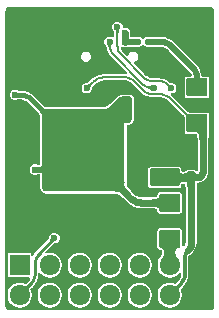
<source format=gbl>
G04*
G04 #@! TF.GenerationSoftware,Altium Limited,Altium Designer,23.2.1 (34)*
G04*
G04 Layer_Physical_Order=2*
G04 Layer_Color=16711680*
%FSLAX25Y25*%
%MOIN*%
G70*
G04*
G04 #@! TF.SameCoordinates,2D16543A-974C-4BE6-9D28-3C7F8BE36A88*
G04*
G04*
G04 #@! TF.FilePolarity,Positive*
G04*
G01*
G75*
%ADD11C,0.01181*%
%ADD13C,0.00787*%
%ADD36C,0.00984*%
%ADD37C,0.01575*%
G04:AMPARAMS|DCode=49|XSize=31mil|YSize=38mil|CornerRadius=7.75mil|HoleSize=0mil|Usage=FLASHONLY|Rotation=0.000|XOffset=0mil|YOffset=0mil|HoleType=Round|Shape=RoundedRectangle|*
%AMROUNDEDRECTD49*
21,1,0.03100,0.02250,0,0,0.0*
21,1,0.01550,0.03800,0,0,0.0*
1,1,0.01550,0.00775,-0.01125*
1,1,0.01550,-0.00775,-0.01125*
1,1,0.01550,-0.00775,0.01125*
1,1,0.01550,0.00775,0.01125*
%
%ADD49ROUNDEDRECTD49*%
G04:AMPARAMS|DCode=50|XSize=31mil|YSize=38mil|CornerRadius=7.75mil|HoleSize=0mil|Usage=FLASHONLY|Rotation=270.000|XOffset=0mil|YOffset=0mil|HoleType=Round|Shape=RoundedRectangle|*
%AMROUNDEDRECTD50*
21,1,0.03100,0.02250,0,0,270.0*
21,1,0.01550,0.03800,0,0,270.0*
1,1,0.01550,-0.01125,-0.00775*
1,1,0.01550,-0.01125,0.00775*
1,1,0.01550,0.01125,0.00775*
1,1,0.01550,0.01125,-0.00775*
%
%ADD50ROUNDEDRECTD50*%
G04:AMPARAMS|DCode=52|XSize=20mil|YSize=25mil|CornerRadius=5mil|HoleSize=0mil|Usage=FLASHONLY|Rotation=270.000|XOffset=0mil|YOffset=0mil|HoleType=Round|Shape=RoundedRectangle|*
%AMROUNDEDRECTD52*
21,1,0.02000,0.01500,0,0,270.0*
21,1,0.01000,0.02500,0,0,270.0*
1,1,0.01000,-0.00750,-0.00500*
1,1,0.01000,-0.00750,0.00500*
1,1,0.01000,0.00750,0.00500*
1,1,0.01000,0.00750,-0.00500*
%
%ADD52ROUNDEDRECTD52*%
%ADD53C,0.02362*%
%ADD54R,0.06693X0.07087*%
%ADD55O,0.06693X0.07087*%
%ADD56C,0.02362*%
%ADD57C,0.01968*%
%ADD58C,0.00709*%
G04:AMPARAMS|DCode=59|XSize=70mil|YSize=60mil|CornerRadius=3mil|HoleSize=0mil|Usage=FLASHONLY|Rotation=180.000|XOffset=0mil|YOffset=0mil|HoleType=Round|Shape=RoundedRectangle|*
%AMROUNDEDRECTD59*
21,1,0.07000,0.05400,0,0,180.0*
21,1,0.06400,0.06000,0,0,180.0*
1,1,0.00600,-0.03200,0.02700*
1,1,0.00600,0.03200,0.02700*
1,1,0.00600,0.03200,-0.02700*
1,1,0.00600,-0.03200,-0.02700*
%
%ADD59ROUNDEDRECTD59*%
G04:AMPARAMS|DCode=60|XSize=275.59mil|YSize=275.59mil|CornerRadius=13.78mil|HoleSize=0mil|Usage=FLASHONLY|Rotation=0.000|XOffset=0mil|YOffset=0mil|HoleType=Round|Shape=RoundedRectangle|*
%AMROUNDEDRECTD60*
21,1,0.27559,0.24803,0,0,0.0*
21,1,0.24803,0.27559,0,0,0.0*
1,1,0.02756,0.12402,-0.12402*
1,1,0.02756,-0.12402,-0.12402*
1,1,0.02756,-0.12402,0.12402*
1,1,0.02756,0.12402,0.12402*
%
%ADD60ROUNDEDRECTD60*%
G04:AMPARAMS|DCode=61|XSize=98.43mil|YSize=59.06mil|CornerRadius=2.95mil|HoleSize=0mil|Usage=FLASHONLY|Rotation=0.000|XOffset=0mil|YOffset=0mil|HoleType=Round|Shape=RoundedRectangle|*
%AMROUNDEDRECTD61*
21,1,0.09843,0.05315,0,0,0.0*
21,1,0.09252,0.05906,0,0,0.0*
1,1,0.00591,0.04626,-0.02657*
1,1,0.00591,-0.04626,-0.02657*
1,1,0.00591,-0.04626,0.02657*
1,1,0.00591,0.04626,0.02657*
%
%ADD61ROUNDEDRECTD61*%
%ADD62R,0.09843X0.05906*%
%ADD63C,0.03150*%
G36*
X33983Y50463D02*
X34422Y50170D01*
X34716Y49731D01*
X34811Y49253D01*
X34794Y49213D01*
Y-49213D01*
X34811Y-49253D01*
X34716Y-49731D01*
X34422Y-50170D01*
X33983Y-50463D01*
X33505Y-50559D01*
X33465Y-50542D01*
X-33465D01*
X-33505Y-50559D01*
X-33983Y-50463D01*
X-34422Y-50170D01*
X-34716Y-49731D01*
X-34811Y-49253D01*
X-34794Y-49213D01*
Y49213D01*
X-34811Y49253D01*
X-34716Y49731D01*
X-34422Y50170D01*
X-33983Y50463D01*
X-33505Y50559D01*
X-33465Y50542D01*
X33465D01*
X33505Y50559D01*
X33983Y50463D01*
D02*
G37*
%LPC*%
G36*
X2912Y45664D02*
X2208D01*
X1556Y45395D01*
X1058Y44896D01*
X788Y44245D01*
Y43540D01*
X1058Y42889D01*
X1228Y42720D01*
X1271Y42608D01*
X1338Y42538D01*
X1382Y42484D01*
X1419Y42433D01*
X1449Y42383D01*
X1473Y42333D01*
X1492Y42284D01*
X1507Y42235D01*
X1518Y42183D01*
X1524Y42129D01*
X1528Y42045D01*
X1556Y41982D01*
Y40612D01*
X1056Y40404D01*
X1004Y40457D01*
X352Y40727D01*
X-352D01*
X-1004Y40457D01*
X-1502Y39959D01*
X-1772Y39308D01*
Y38603D01*
X-1502Y37952D01*
X-1331Y37781D01*
X-1287Y37669D01*
X-1225Y37604D01*
X-1181Y37552D01*
X-1142Y37499D01*
X-1108Y37444D01*
X-1076Y37386D01*
X-1049Y37326D01*
X-1025Y37262D01*
X-1004Y37194D01*
X-987Y37121D01*
X-970Y37026D01*
X-909Y36930D01*
X-835Y36368D01*
X-252Y34961D01*
X675Y33753D01*
X696Y33774D01*
X696Y33774D01*
X5917Y28554D01*
X5683Y28080D01*
X5330Y28127D01*
Y28108D01*
X-2031D01*
Y28139D01*
X-3531Y27942D01*
X-4928Y27363D01*
X-6128Y26442D01*
X-6106Y26420D01*
X-6106Y26420D01*
X-6927Y25599D01*
X-6993Y25575D01*
X-7049Y25523D01*
X-7086Y25495D01*
X-7126Y25470D01*
X-7171Y25447D01*
X-7222Y25427D01*
X-7279Y25409D01*
X-7344Y25395D01*
X-7418Y25384D01*
X-7500Y25377D01*
X-7609Y25375D01*
X-7720Y25326D01*
X-7961D01*
X-8612Y25057D01*
X-9111Y24558D01*
X-9381Y23907D01*
Y23202D01*
X-9111Y22551D01*
X-8612Y22053D01*
X-7961Y21783D01*
X-7256D01*
X-6605Y22053D01*
X-6107Y22551D01*
X-5837Y23202D01*
Y23443D01*
X-5789Y23554D01*
X-5787Y23664D01*
X-5780Y23746D01*
X-5769Y23820D01*
X-5754Y23885D01*
X-5737Y23942D01*
X-5716Y23992D01*
X-5694Y24037D01*
X-5668Y24077D01*
X-5640Y24114D01*
X-5589Y24171D01*
X-5565Y24236D01*
X-5089Y24712D01*
X-4744Y25057D01*
X-4365Y25350D01*
X-3950Y25668D01*
X-3024Y26052D01*
X-2035Y26182D01*
X-2031Y26181D01*
X5330D01*
X5369Y26189D01*
X6272Y26010D01*
X7037Y25498D01*
X7059Y25465D01*
X10373Y22151D01*
X10373Y22151D01*
X10351Y22129D01*
X11551Y21208D01*
X12949Y20629D01*
X14448Y20432D01*
Y20463D01*
X17072D01*
X17076Y20464D01*
X18065Y20334D01*
X18991Y19950D01*
X19406Y19632D01*
X19785Y19339D01*
X20130Y18994D01*
X24577Y14547D01*
X24581Y14523D01*
X24633Y14486D01*
X24655Y14427D01*
X24912Y14152D01*
X24989Y14056D01*
X25009Y14028D01*
Y13950D01*
X25000Y13934D01*
X25009Y13904D01*
Y13860D01*
X24997Y13826D01*
X25009Y13802D01*
Y9055D01*
X25078Y8708D01*
X25275Y8413D01*
X25569Y8216D01*
X25917Y8147D01*
X28695D01*
X28719Y8136D01*
X28865Y8126D01*
X28911Y8112D01*
X28951Y8086D01*
X29004Y8029D01*
X29073Y7917D01*
X29144Y7741D01*
X29208Y7498D01*
X29259Y7192D01*
X29290Y6824D01*
X29302Y6383D01*
X29315Y6352D01*
Y-3840D01*
X29202Y-3926D01*
X28820Y-4060D01*
X28811Y-4058D01*
X28475Y-3833D01*
X27942Y-3728D01*
X26392D01*
X26135Y-3779D01*
X26094Y-3762D01*
X25979Y-3810D01*
X25859Y-3833D01*
X25846Y-3842D01*
X25762Y-3855D01*
X25577Y-3968D01*
X25398Y-4058D01*
X25199Y-4140D01*
X24982Y-4213D01*
X24745Y-4276D01*
X24530Y-4319D01*
X24337Y-4268D01*
X24160Y-4196D01*
X24045Y-4126D01*
X23981Y-4067D01*
X23949Y-4019D01*
X23930Y-3965D01*
X23914Y-3815D01*
X23905Y-3798D01*
Y-3587D01*
X23836Y-3242D01*
X23640Y-2949D01*
X23347Y-2753D01*
X23002Y-2684D01*
X13750D01*
X13404Y-2753D01*
X13111Y-2949D01*
X12915Y-3242D01*
X12846Y-3587D01*
Y-8902D01*
X12915Y-9248D01*
X13111Y-9541D01*
X13404Y-9737D01*
X13750Y-9805D01*
X23002D01*
X23347Y-9737D01*
X23640Y-9541D01*
X23836Y-9248D01*
X23905Y-8902D01*
Y-8691D01*
X23914Y-8674D01*
X23930Y-8525D01*
X23949Y-8471D01*
X23981Y-8423D01*
X24045Y-8364D01*
X24160Y-8294D01*
X24337Y-8222D01*
X24530Y-8170D01*
X24745Y-8214D01*
X24982Y-8277D01*
X25199Y-8350D01*
X25230Y-8362D01*
X25238Y-8406D01*
X25344Y-9971D01*
X25347Y-10383D01*
X25361Y-10416D01*
Y-27598D01*
X25374Y-27668D01*
X25218Y-28452D01*
X24995Y-28785D01*
X24715Y-29156D01*
X24607Y-29166D01*
X24108Y-28748D01*
Y-23972D01*
X24039Y-23625D01*
X23842Y-23330D01*
X23548Y-23134D01*
X23200Y-23065D01*
X16800D01*
X16453Y-23134D01*
X16158Y-23330D01*
X15961Y-23625D01*
X15892Y-23972D01*
Y-29373D01*
X15961Y-29720D01*
X16158Y-30015D01*
X16453Y-30211D01*
X16747Y-30270D01*
X16783Y-30290D01*
X17007Y-30314D01*
X17128Y-30356D01*
X17235Y-30428D01*
X17346Y-30547D01*
X17459Y-30733D01*
X17566Y-30997D01*
X17589Y-31080D01*
X17508Y-31403D01*
X17389Y-31770D01*
X17250Y-32109D01*
X17092Y-32421D01*
X16915Y-32707D01*
X16702Y-32992D01*
X16674Y-33104D01*
X16561Y-33251D01*
X16164Y-34209D01*
X16029Y-35236D01*
Y-35630D01*
X16164Y-36658D01*
X16561Y-37615D01*
X17192Y-38438D01*
X18014Y-39069D01*
X18972Y-39466D01*
X20000Y-39601D01*
X21028Y-39466D01*
X21985Y-39069D01*
X22808Y-38438D01*
X23363Y-37715D01*
X23784Y-37802D01*
X23863Y-37845D01*
Y-38378D01*
X23865Y-38390D01*
X23744Y-39310D01*
X23384Y-40178D01*
X23104Y-40543D01*
X22809Y-40920D01*
X22475Y-41255D01*
X22419Y-41276D01*
X22417Y-41280D01*
X22412Y-41282D01*
X22239Y-41447D01*
X22094Y-41572D01*
X21970Y-41664D01*
X21872Y-41725D01*
X21843Y-41738D01*
X21028Y-41401D01*
X20000Y-41265D01*
X18972Y-41401D01*
X18014Y-41797D01*
X17192Y-42428D01*
X16561Y-43251D01*
X16164Y-44208D01*
X16029Y-45236D01*
Y-45630D01*
X16164Y-46658D01*
X16561Y-47615D01*
X17192Y-48438D01*
X18014Y-49069D01*
X18972Y-49466D01*
X20000Y-49601D01*
X21028Y-49466D01*
X21985Y-49069D01*
X22808Y-48438D01*
X23439Y-47615D01*
X23836Y-46658D01*
X23971Y-45630D01*
Y-45236D01*
X23836Y-44208D01*
X23643Y-43743D01*
X23629Y-43687D01*
X23634Y-43674D01*
X23668Y-43602D01*
X23733Y-43500D01*
X23828Y-43373D01*
X23954Y-43225D01*
X24121Y-43051D01*
X24143Y-42993D01*
X24159Y-42977D01*
X24517Y-42628D01*
X24517Y-42628D01*
X25264Y-41717D01*
X25820Y-40678D01*
X26162Y-39550D01*
X26277Y-38378D01*
X26271D01*
Y-32668D01*
X26266Y-32641D01*
X26360Y-32166D01*
X26684Y-32102D01*
X27270Y-31710D01*
X27281Y-31721D01*
X28207Y-30514D01*
X28790Y-29107D01*
X28989Y-27598D01*
X28973D01*
Y-10420D01*
X28987Y-10388D01*
X29000Y-9574D01*
X29035Y-8922D01*
X29093Y-8421D01*
X29126Y-8246D01*
X29160Y-8115D01*
X29187Y-8039D01*
X29195Y-8025D01*
X30018Y-7916D01*
X30965Y-7524D01*
X31777Y-6900D01*
X32401Y-6088D01*
X32793Y-5141D01*
X32925Y-4142D01*
X32928Y-4125D01*
Y6358D01*
X32942Y6390D01*
X32953Y7157D01*
X32986Y7770D01*
X33038Y8238D01*
X33068Y8399D01*
X33098Y8519D01*
X33121Y8582D01*
X33153Y8643D01*
X33162Y8739D01*
X33186Y8858D01*
X33227Y8971D01*
X33214Y8999D01*
X33225Y9055D01*
Y14455D01*
X33156Y14803D01*
X32959Y15097D01*
X32664Y15294D01*
X32317Y15363D01*
X26829D01*
X26813Y15372D01*
X26783Y15363D01*
X26583D01*
X26525Y15404D01*
X26308Y15588D01*
X26182Y15710D01*
X26111Y15737D01*
X21147Y20702D01*
X21147Y20702D01*
X21169Y20724D01*
X20440Y21283D01*
X20610Y21783D01*
X20819D01*
X21470Y22053D01*
X21968Y22551D01*
X22238Y23202D01*
Y23907D01*
X21968Y24558D01*
X21470Y25057D01*
X20819Y25326D01*
X20139D01*
X19035Y26173D01*
X17668Y26740D01*
X16200Y26933D01*
Y26904D01*
X14512D01*
X14506Y26902D01*
X13529Y27031D01*
X12612Y27411D01*
X12206Y27723D01*
X11827Y28016D01*
X11482Y28361D01*
X7964Y31879D01*
X8171Y32379D01*
X8208D01*
X8823Y32634D01*
X9294Y33104D01*
X9548Y33719D01*
Y34385D01*
X9294Y35000D01*
X8823Y35471D01*
X8208Y35725D01*
X7542D01*
X6927Y35471D01*
X6457Y35000D01*
X6202Y34385D01*
Y34348D01*
X5702Y34141D01*
X5021Y34822D01*
X4676Y35167D01*
X4383Y35546D01*
X4071Y35952D01*
X3691Y36869D01*
X3647Y37208D01*
X3664Y37227D01*
X4116Y37454D01*
X4281Y37385D01*
X4429Y37287D01*
X4603Y37252D01*
X4768Y37184D01*
X4945D01*
X5120Y37149D01*
X5294Y37184D01*
X5472D01*
X5637Y37252D01*
X5811Y37287D01*
X5906Y37350D01*
X8397D01*
X8428Y37344D01*
X9928D01*
X10353Y37428D01*
X10714Y37669D01*
X10869Y37901D01*
X10968Y37928D01*
X11325Y37928D01*
X11424Y37901D01*
X11579Y37669D01*
X11940Y37428D01*
X12365Y37344D01*
X13865D01*
X13896Y37350D01*
X17056D01*
X17081Y37355D01*
X17885Y37249D01*
X18657Y36929D01*
X18939Y36713D01*
X19315Y36414D01*
X19669Y36061D01*
X26227Y29503D01*
X26576Y29154D01*
X26875Y28777D01*
X27090Y28496D01*
X27353Y27863D01*
X27145Y27421D01*
X27094Y27363D01*
X25917D01*
X25569Y27294D01*
X25275Y27097D01*
X25078Y26803D01*
X25009Y26455D01*
Y21055D01*
X25078Y20708D01*
X25275Y20413D01*
X25569Y20216D01*
X25917Y20147D01*
X32317D01*
X32664Y20216D01*
X32959Y20413D01*
X33156Y20708D01*
X33225Y21055D01*
Y26455D01*
X33156Y26803D01*
X32959Y27097D01*
X32664Y27294D01*
X32317Y27363D01*
X30676D01*
X30599Y28144D01*
X30235Y29346D01*
X29643Y30454D01*
X28846Y31424D01*
X28846Y31424D01*
X21586Y38685D01*
X21586Y38685D01*
X20615Y39482D01*
X19508Y40074D01*
X18306Y40438D01*
X17056Y40561D01*
X17056Y40561D01*
X13896D01*
X13865Y40567D01*
X12365D01*
X11940Y40483D01*
X11579Y40242D01*
X11424Y40011D01*
X11325Y39983D01*
X10968Y39983D01*
X10869Y40011D01*
X10714Y40242D01*
X10353Y40483D01*
X9928Y40567D01*
X8428D01*
X8396Y40561D01*
X6926D01*
Y41892D01*
X6892Y42067D01*
Y42245D01*
X6824Y42409D01*
X6789Y42584D01*
X6690Y42732D01*
X6622Y42896D01*
X6496Y43022D01*
X6397Y43170D01*
X6249Y43269D01*
X6124Y43395D01*
X5959Y43462D01*
X5811Y43561D01*
X5637Y43596D01*
X5472Y43664D01*
X5294D01*
X5120Y43699D01*
X4945Y43664D01*
X4768D01*
X4409Y43922D01*
X4332Y44052D01*
Y44245D01*
X4062Y44896D01*
X3564Y45395D01*
X2912Y45664D01*
D02*
G37*
G36*
X-7540Y35725D02*
X-8206D01*
X-8821Y35471D01*
X-9291Y35000D01*
X-9546Y34385D01*
Y33719D01*
X-9291Y33104D01*
X-8821Y32634D01*
X-8206Y32379D01*
X-7540D01*
X-6925Y32634D01*
X-6454Y33104D01*
X-6200Y33719D01*
Y34385D01*
X-6454Y35000D01*
X-6925Y35471D01*
X-7540Y35725D01*
D02*
G37*
G36*
X-31181Y23026D02*
X-31886D01*
X-32537Y22757D01*
X-33036Y22258D01*
X-33305Y21607D01*
Y20902D01*
X-33036Y20251D01*
X-32537Y19753D01*
X-31886Y19483D01*
X-31181D01*
X-30530Y19753D01*
X-30484Y19799D01*
X-29911Y19829D01*
X-29868Y19850D01*
X-29641D01*
X-29623Y19853D01*
X-28761Y19740D01*
X-27941Y19400D01*
X-27618Y19152D01*
X-27241Y18855D01*
X-26895Y18510D01*
X-24162Y15777D01*
X-24143Y15727D01*
X-23855Y15429D01*
X-23620Y15163D01*
X-23429Y14923D01*
X-23282Y14712D01*
X-23198Y14565D01*
Y-2007D01*
X-23199Y-2012D01*
X-23242Y-2038D01*
X-23332Y-2075D01*
X-23470Y-2111D01*
X-23653Y-2142D01*
X-23854Y-2159D01*
X-23865Y-2158D01*
X-23930Y-2093D01*
X-24581Y-1824D01*
X-25286D01*
X-25937Y-2093D01*
X-26436Y-2592D01*
X-26706Y-3243D01*
Y-3948D01*
X-26436Y-4599D01*
X-25937Y-5097D01*
X-25286Y-5367D01*
X-24581D01*
X-23930Y-5097D01*
X-23884Y-5051D01*
X-23722Y-5043D01*
X-23653Y-5049D01*
X-23470Y-5079D01*
X-23332Y-5116D01*
X-23242Y-5153D01*
X-23199Y-5178D01*
X-23198Y-5184D01*
Y-9646D01*
X-23046Y-10414D01*
X-22611Y-11066D01*
X-21959Y-11501D01*
X-21191Y-11654D01*
X2721D01*
X2907Y-11760D01*
X3244Y-11995D01*
X4075Y-12700D01*
X4546Y-13154D01*
X4578Y-13167D01*
X5955Y-14544D01*
X5979Y-14560D01*
X6957Y-15363D01*
X8099Y-15973D01*
X9338Y-16349D01*
X10597Y-16473D01*
X10626Y-16479D01*
X14097D01*
X14127Y-16493D01*
X14559Y-16504D01*
X14919Y-16535D01*
X15220Y-16585D01*
X15460Y-16650D01*
X15636Y-16722D01*
X15752Y-16792D01*
X15816Y-16851D01*
X15848Y-16899D01*
X15867Y-16953D01*
X15883Y-17102D01*
X15892Y-17119D01*
Y-17372D01*
X15961Y-17720D01*
X16158Y-18014D01*
X16453Y-18211D01*
X16800Y-18281D01*
X23200D01*
X23548Y-18211D01*
X23842Y-18014D01*
X24039Y-17720D01*
X24108Y-17372D01*
Y-11972D01*
X24039Y-11625D01*
X23842Y-11330D01*
X23548Y-11134D01*
X23200Y-11065D01*
X16800D01*
X16453Y-11134D01*
X16158Y-11330D01*
X15961Y-11625D01*
X15892Y-11972D01*
Y-12226D01*
X15883Y-12243D01*
X15867Y-12392D01*
X15848Y-12446D01*
X15816Y-12494D01*
X15752Y-12553D01*
X15636Y-12623D01*
X15460Y-12695D01*
X15220Y-12760D01*
X14919Y-12810D01*
X14559Y-12841D01*
X14127Y-12852D01*
X14097Y-12866D01*
X10626D01*
X10595Y-12872D01*
X9849Y-12774D01*
X9124Y-12474D01*
X8885Y-12290D01*
X8509Y-11989D01*
X8163Y-11643D01*
X7140Y-10620D01*
X7128Y-10589D01*
X6273Y-9669D01*
X5966Y-9285D01*
X5725Y-8941D01*
X5619Y-8756D01*
Y11150D01*
X6060D01*
X6178Y11198D01*
X6305D01*
X6931Y11458D01*
X7021Y11548D01*
X7139Y11597D01*
X7618Y12076D01*
X7667Y12194D01*
X7757Y12283D01*
X8016Y12910D01*
Y13037D01*
X8065Y13155D01*
Y18113D01*
X8118Y18380D01*
Y19930D01*
X8012Y20462D01*
X7710Y20914D01*
X7258Y21216D01*
X7229Y21222D01*
X6908Y21355D01*
X6781D01*
X6664Y21404D01*
X4368D01*
X4307Y21378D01*
X4243Y21391D01*
X3687Y21281D01*
X3632Y21244D01*
X3567D01*
X3042Y21027D01*
X2996Y20981D01*
X2932Y20968D01*
X2460Y20653D01*
X2424Y20598D01*
X2363Y20573D01*
X2162Y20372D01*
X2162Y20372D01*
X151Y18361D01*
X-152Y18087D01*
X-843Y17625D01*
X-1596Y17313D01*
X-2345Y17164D01*
X-21191D01*
X-21361Y17130D01*
X-21547Y17258D01*
X-22073Y17702D01*
X-22376Y17995D01*
X-22426Y18015D01*
X-22458Y18047D01*
X-22479Y18076D01*
X-22489Y18078D01*
X-25254Y20842D01*
X-25254Y20842D01*
X-25252Y20844D01*
X-26192Y21616D01*
X-27266Y22190D01*
X-28430Y22543D01*
X-29641Y22663D01*
X-29641Y22663D01*
X-29942Y22681D01*
X-29943Y22681D01*
X-30071Y22682D01*
X-30453Y22691D01*
X-30465Y22692D01*
X-30530Y22757D01*
X-31181Y23026D01*
D02*
G37*
G36*
X-18102Y-24655D02*
X-18807D01*
X-19458Y-24925D01*
X-19957Y-25423D01*
X-20226Y-26074D01*
Y-26310D01*
X-20275Y-26415D01*
X-20277Y-26478D01*
X-20281Y-26512D01*
X-20289Y-26546D01*
X-20301Y-26584D01*
X-20318Y-26624D01*
X-20342Y-26669D01*
X-20372Y-26717D01*
X-20411Y-26770D01*
X-20459Y-26827D01*
X-20527Y-26900D01*
X-20551Y-26962D01*
X-24408Y-30819D01*
X-24408Y-30819D01*
X-24413Y-30814D01*
X-25148Y-31709D01*
X-25563Y-32486D01*
X-26063Y-32361D01*
Y-31299D01*
X-33937D01*
Y-39567D01*
X-26765D01*
X-26487Y-39983D01*
X-26630Y-40327D01*
X-26926Y-40713D01*
X-27220Y-41091D01*
X-27586Y-41458D01*
X-27648Y-41482D01*
X-27649Y-41483D01*
X-27650Y-41484D01*
X-27789Y-41616D01*
X-27902Y-41712D01*
X-27995Y-41781D01*
X-28018Y-41796D01*
X-28972Y-41401D01*
X-30000Y-41265D01*
X-31028Y-41401D01*
X-31986Y-41797D01*
X-32808Y-42428D01*
X-33439Y-43251D01*
X-33836Y-44208D01*
X-33971Y-45236D01*
Y-45630D01*
X-33836Y-46658D01*
X-33439Y-47615D01*
X-32808Y-48438D01*
X-31986Y-49069D01*
X-31028Y-49466D01*
X-30000Y-49601D01*
X-28972Y-49466D01*
X-28014Y-49069D01*
X-27192Y-48438D01*
X-26561Y-47615D01*
X-26164Y-46658D01*
X-26029Y-45630D01*
Y-45236D01*
X-26164Y-44208D01*
X-26435Y-43555D01*
X-26425Y-43534D01*
X-26378Y-43458D01*
X-26305Y-43361D01*
X-26205Y-43244D01*
X-26070Y-43103D01*
X-26046Y-43040D01*
X-25658Y-42653D01*
X-25658Y-42653D01*
X-25653Y-42658D01*
X-24918Y-41762D01*
X-24372Y-40740D01*
X-24035Y-39631D01*
X-23922Y-38478D01*
X-23929D01*
Y-37738D01*
X-23471Y-37623D01*
X-23429Y-37628D01*
X-22808Y-38438D01*
X-21985Y-39069D01*
X-21028Y-39466D01*
X-20000Y-39601D01*
X-18972Y-39466D01*
X-18014Y-39069D01*
X-17192Y-38438D01*
X-16561Y-37615D01*
X-16164Y-36658D01*
X-16029Y-35630D01*
Y-35236D01*
X-16164Y-34209D01*
X-16561Y-33251D01*
X-17192Y-32428D01*
X-18014Y-31797D01*
X-18972Y-31401D01*
X-20000Y-31265D01*
X-21028Y-31401D01*
X-21254Y-31494D01*
X-21537Y-31070D01*
X-18990Y-28523D01*
X-18928Y-28499D01*
X-18855Y-28431D01*
X-18798Y-28383D01*
X-18745Y-28345D01*
X-18697Y-28314D01*
X-18652Y-28290D01*
X-18611Y-28273D01*
X-18574Y-28261D01*
X-18540Y-28253D01*
X-18506Y-28249D01*
X-18443Y-28247D01*
X-18338Y-28198D01*
X-18102D01*
X-17451Y-27929D01*
X-16953Y-27430D01*
X-16683Y-26779D01*
Y-26074D01*
X-16953Y-25423D01*
X-17451Y-24925D01*
X-18102Y-24655D01*
D02*
G37*
G36*
X10000Y-31265D02*
X8972Y-31401D01*
X8015Y-31797D01*
X7192Y-32428D01*
X6561Y-33251D01*
X6164Y-34209D01*
X6029Y-35236D01*
Y-35630D01*
X6164Y-36658D01*
X6561Y-37615D01*
X7192Y-38438D01*
X8015Y-39069D01*
X8972Y-39466D01*
X10000Y-39601D01*
X11028Y-39466D01*
X11986Y-39069D01*
X12808Y-38438D01*
X13439Y-37615D01*
X13836Y-36658D01*
X13971Y-35630D01*
Y-35236D01*
X13836Y-34209D01*
X13439Y-33251D01*
X12808Y-32428D01*
X11986Y-31797D01*
X11028Y-31401D01*
X10000Y-31265D01*
D02*
G37*
G36*
X0D02*
X-1028Y-31401D01*
X-1986Y-31797D01*
X-2808Y-32428D01*
X-3439Y-33251D01*
X-3836Y-34209D01*
X-3971Y-35236D01*
Y-35630D01*
X-3836Y-36658D01*
X-3439Y-37615D01*
X-2808Y-38438D01*
X-1986Y-39069D01*
X-1028Y-39466D01*
X0Y-39601D01*
X1028Y-39466D01*
X1986Y-39069D01*
X2808Y-38438D01*
X3439Y-37615D01*
X3836Y-36658D01*
X3971Y-35630D01*
Y-35236D01*
X3836Y-34209D01*
X3439Y-33251D01*
X2808Y-32428D01*
X1986Y-31797D01*
X1028Y-31401D01*
X0Y-31265D01*
D02*
G37*
G36*
X-10000D02*
X-11028Y-31401D01*
X-11986Y-31797D01*
X-12808Y-32428D01*
X-13439Y-33251D01*
X-13836Y-34209D01*
X-13971Y-35236D01*
Y-35630D01*
X-13836Y-36658D01*
X-13439Y-37615D01*
X-12808Y-38438D01*
X-11986Y-39069D01*
X-11028Y-39466D01*
X-10000Y-39601D01*
X-8972Y-39466D01*
X-8015Y-39069D01*
X-7192Y-38438D01*
X-6561Y-37615D01*
X-6164Y-36658D01*
X-6029Y-35630D01*
Y-35236D01*
X-6164Y-34209D01*
X-6561Y-33251D01*
X-7192Y-32428D01*
X-8015Y-31797D01*
X-8972Y-31401D01*
X-10000Y-31265D01*
D02*
G37*
G36*
X10000Y-41265D02*
X8972Y-41401D01*
X8015Y-41797D01*
X7192Y-42428D01*
X6561Y-43251D01*
X6164Y-44208D01*
X6029Y-45236D01*
Y-45630D01*
X6164Y-46658D01*
X6561Y-47615D01*
X7192Y-48438D01*
X8015Y-49069D01*
X8972Y-49466D01*
X10000Y-49601D01*
X11028Y-49466D01*
X11986Y-49069D01*
X12808Y-48438D01*
X13439Y-47615D01*
X13836Y-46658D01*
X13971Y-45630D01*
Y-45236D01*
X13836Y-44208D01*
X13439Y-43251D01*
X12808Y-42428D01*
X11986Y-41797D01*
X11028Y-41401D01*
X10000Y-41265D01*
D02*
G37*
G36*
X0D02*
X-1028Y-41401D01*
X-1986Y-41797D01*
X-2808Y-42428D01*
X-3439Y-43251D01*
X-3836Y-44208D01*
X-3971Y-45236D01*
Y-45630D01*
X-3836Y-46658D01*
X-3439Y-47615D01*
X-2808Y-48438D01*
X-1986Y-49069D01*
X-1028Y-49466D01*
X0Y-49601D01*
X1028Y-49466D01*
X1986Y-49069D01*
X2808Y-48438D01*
X3439Y-47615D01*
X3836Y-46658D01*
X3971Y-45630D01*
Y-45236D01*
X3836Y-44208D01*
X3439Y-43251D01*
X2808Y-42428D01*
X1986Y-41797D01*
X1028Y-41401D01*
X0Y-41265D01*
D02*
G37*
G36*
X-10000D02*
X-11028Y-41401D01*
X-11986Y-41797D01*
X-12808Y-42428D01*
X-13439Y-43251D01*
X-13836Y-44208D01*
X-13971Y-45236D01*
Y-45630D01*
X-13836Y-46658D01*
X-13439Y-47615D01*
X-12808Y-48438D01*
X-11986Y-49069D01*
X-11028Y-49466D01*
X-10000Y-49601D01*
X-8972Y-49466D01*
X-8015Y-49069D01*
X-7192Y-48438D01*
X-6561Y-47615D01*
X-6164Y-46658D01*
X-6029Y-45630D01*
Y-45236D01*
X-6164Y-44208D01*
X-6561Y-43251D01*
X-7192Y-42428D01*
X-8015Y-41797D01*
X-8972Y-41401D01*
X-10000Y-41265D01*
D02*
G37*
G36*
X-20000D02*
X-21028Y-41401D01*
X-21985Y-41797D01*
X-22808Y-42428D01*
X-23439Y-43251D01*
X-23836Y-44208D01*
X-23971Y-45236D01*
Y-45630D01*
X-23836Y-46658D01*
X-23439Y-47615D01*
X-22808Y-48438D01*
X-21985Y-49069D01*
X-21028Y-49466D01*
X-20000Y-49601D01*
X-18972Y-49466D01*
X-18014Y-49069D01*
X-17192Y-48438D01*
X-16561Y-47615D01*
X-16164Y-46658D01*
X-16029Y-45630D01*
Y-45236D01*
X-16164Y-44208D01*
X-16561Y-43251D01*
X-17192Y-42428D01*
X-18014Y-41797D01*
X-18972Y-41401D01*
X-20000Y-41265D01*
D02*
G37*
%LPD*%
G36*
X3305Y42963D02*
X3231Y42874D01*
X3166Y42783D01*
X3110Y42689D01*
X3062Y42592D01*
X3023Y42493D01*
X2993Y42391D01*
X2971Y42287D01*
X2958Y42180D01*
X2954Y42070D01*
X2166D01*
X2162Y42180D01*
X2149Y42287D01*
X2127Y42391D01*
X2097Y42493D01*
X2058Y42592D01*
X2010Y42689D01*
X1954Y42783D01*
X1889Y42874D01*
X1815Y42963D01*
X1733Y43049D01*
X3387D01*
X3305Y42963D01*
D02*
G37*
G36*
X741Y38022D02*
X665Y37929D01*
X601Y37835D01*
X547Y37740D01*
X505Y37643D01*
X473Y37544D01*
X452Y37445D01*
X443Y37343D01*
X444Y37241D01*
X457Y37137D01*
X-340Y37136D01*
X-360Y37251D01*
X-387Y37361D01*
X-419Y37468D01*
X-459Y37572D01*
X-504Y37671D01*
X-556Y37767D01*
X-614Y37859D01*
X-678Y37947D01*
X-749Y38031D01*
X-826Y38111D01*
X828Y38113D01*
X741Y38022D01*
D02*
G37*
G36*
X13717Y22789D02*
X13642Y22872D01*
X13563Y22951D01*
X13480Y23024D01*
X13393Y23092D01*
X13302Y23155D01*
X13208Y23213D01*
X13109Y23265D01*
X13007Y23313D01*
X12901Y23355D01*
X12791Y23392D01*
X12847Y24203D01*
X12949Y24173D01*
X13051Y24154D01*
X13151Y24148D01*
X13251Y24153D01*
X13350Y24171D01*
X13448Y24200D01*
X13546Y24242D01*
X13642Y24295D01*
X13738Y24361D01*
X13832Y24438D01*
X13717Y22789D01*
D02*
G37*
G36*
X-6061Y24602D02*
X-6132Y24524D01*
X-6195Y24441D01*
X-6251Y24352D01*
X-6299Y24257D01*
X-6339Y24156D01*
X-6372Y24050D01*
X-6398Y23937D01*
X-6415Y23820D01*
X-6425Y23696D01*
X-6428Y23566D01*
X-7597Y24736D01*
X-7468Y24738D01*
X-7344Y24748D01*
X-7226Y24766D01*
X-7114Y24791D01*
X-7007Y24824D01*
X-6907Y24865D01*
X-6812Y24913D01*
X-6723Y24969D01*
X-6639Y25032D01*
X-6562Y25103D01*
X-6061Y24602D01*
D02*
G37*
G36*
X25879Y15113D02*
X26134Y14897D01*
X26248Y14818D01*
X26353Y14757D01*
X26448Y14715D01*
X26535Y14692D01*
X26612Y14688D01*
X26681Y14703D01*
X26740Y14737D01*
X25635Y13861D01*
X25679Y13910D01*
X25702Y13970D01*
X25704Y14042D01*
X25684Y14125D01*
X25643Y14220D01*
X25581Y14325D01*
X25498Y14443D01*
X25394Y14571D01*
X25122Y14863D01*
X25738Y15250D01*
X25879Y15113D01*
D02*
G37*
G36*
X32534Y8840D02*
X32485Y8704D01*
X32443Y8535D01*
X32405Y8331D01*
X32348Y7822D01*
X32314Y7178D01*
X32303Y6399D01*
X29941D01*
X29929Y6860D01*
X29893Y7271D01*
X29834Y7632D01*
X29752Y7944D01*
X29645Y8206D01*
X29515Y8419D01*
X29362Y8582D01*
X29185Y8695D01*
X28984Y8759D01*
X28760Y8773D01*
X32588Y8943D01*
X32534Y8840D01*
D02*
G37*
G36*
X23302Y-4107D02*
X23373Y-4308D01*
X23492Y-4485D01*
X23658Y-4639D01*
X23872Y-4768D01*
X24133Y-4875D01*
X24442Y-4957D01*
X24517Y-4970D01*
X24599Y-4958D01*
X24891Y-4898D01*
X25165Y-4825D01*
X25423Y-4739D01*
X25664Y-4640D01*
X25887Y-4527D01*
X26094Y-4401D01*
Y-7667D01*
X28661D01*
X28601Y-7779D01*
X28548Y-7926D01*
X28501Y-8108D01*
X28461Y-8326D01*
X28398Y-8868D01*
X28361Y-9552D01*
X28348Y-10378D01*
X25986D01*
X25983Y-9947D01*
X25873Y-8326D01*
X25833Y-8108D01*
X25786Y-7926D01*
X25780Y-7908D01*
X25664Y-7850D01*
X25423Y-7751D01*
X25165Y-7665D01*
X24891Y-7592D01*
X24599Y-7532D01*
X24517Y-7520D01*
X24442Y-7532D01*
X24133Y-7615D01*
X23872Y-7721D01*
X23658Y-7851D01*
X23492Y-8005D01*
X23373Y-8182D01*
X23302Y-8383D01*
X23278Y-8607D01*
Y-7426D01*
X23263Y-7426D01*
Y-5064D01*
X23278Y-5063D01*
Y-3883D01*
X23302Y-4107D01*
D02*
G37*
G36*
X21586Y-29654D02*
X23150D01*
X22850Y-29686D01*
X22583Y-29781D01*
X22346Y-29939D01*
X22142Y-30160D01*
X21969Y-30444D01*
X21827Y-30792D01*
X21754Y-31064D01*
X21769Y-31145D01*
X21878Y-31580D01*
X22011Y-31990D01*
X22168Y-32375D01*
X22350Y-32733D01*
X22556Y-33067D01*
X22786Y-33375D01*
X17214D01*
X17444Y-33067D01*
X17650Y-32733D01*
X17832Y-32375D01*
X17989Y-31990D01*
X18122Y-31580D01*
X18231Y-31145D01*
X18246Y-31064D01*
X18173Y-30792D01*
X18032Y-30444D01*
X17858Y-30160D01*
X17653Y-29939D01*
X17417Y-29781D01*
X17150Y-29686D01*
X16850Y-29654D01*
X18414D01*
X18425Y-29147D01*
X21575D01*
X21586Y-29654D01*
D02*
G37*
G36*
X23659Y-42610D02*
X23480Y-42796D01*
X23329Y-42972D01*
X23205Y-43138D01*
X23108Y-43292D01*
X23038Y-43437D01*
X22996Y-43570D01*
X22980Y-43693D01*
X22992Y-43806D01*
X23031Y-43908D01*
X23097Y-43999D01*
X21498Y-42270D01*
X21583Y-42342D01*
X21680Y-42387D01*
X21788Y-42404D01*
X21906Y-42393D01*
X22036Y-42354D01*
X22177Y-42287D01*
X22330Y-42193D01*
X22493Y-42071D01*
X22668Y-41922D01*
X22854Y-41744D01*
X23659Y-42610D01*
D02*
G37*
G36*
X-30676Y22074D02*
X-30648Y22067D01*
X-30607Y22061D01*
X-30485Y22052D01*
X-30079Y22042D01*
X-29945Y22042D01*
Y20467D01*
X-30690Y20428D01*
Y22082D01*
X-30676Y22074D01*
D02*
G37*
G36*
X7013Y20619D02*
X7281Y20352D01*
X7426Y20002D01*
Y19813D01*
Y13494D01*
Y13155D01*
X7166Y12528D01*
X6687Y12049D01*
X6060Y11789D01*
X1503D01*
X1527Y11796D01*
X-3471D01*
Y16492D01*
X-2802D01*
X-2332Y16515D01*
X-1409Y16698D01*
X-540Y17058D01*
X243Y17581D01*
X592Y17898D01*
X2615Y19920D01*
Y19920D01*
X2815Y20121D01*
X3287Y20436D01*
X3811Y20654D01*
X4368Y20764D01*
X6664D01*
X7013Y20619D01*
D02*
G37*
G36*
X-22501Y17228D02*
X-21935Y16749D01*
X-21688Y16579D01*
X-21464Y16455D01*
X-21265Y16377D01*
X-21089Y16344D01*
X-20938Y16358D01*
X-20810Y16417D01*
X-20706Y16522D01*
X-22557Y13944D01*
X-22486Y14081D01*
X-22455Y14238D01*
X-22465Y14413D01*
X-22516Y14608D01*
X-22608Y14821D01*
X-22741Y15053D01*
X-22915Y15304D01*
X-23130Y15574D01*
X-23386Y15863D01*
X-23683Y16171D01*
X-22820Y17535D01*
X-22501Y17228D01*
D02*
G37*
G36*
X-22557Y-5170D02*
X-22573Y-5020D01*
X-22621Y-4887D01*
X-22700Y-4769D01*
X-22811Y-4666D01*
X-22954Y-4580D01*
X-23128Y-4509D01*
X-23335Y-4453D01*
X-23573Y-4414D01*
X-23711Y-4402D01*
X-24090Y-4422D01*
Y-4384D01*
X-24144Y-4383D01*
Y-2808D01*
X-24090Y-2806D01*
Y-2768D01*
X-24076Y-2776D01*
X-24048Y-2783D01*
X-24007Y-2789D01*
X-23885Y-2798D01*
X-23833Y-2799D01*
X-23573Y-2776D01*
X-23335Y-2737D01*
X-23128Y-2682D01*
X-22954Y-2611D01*
X-22811Y-2524D01*
X-22700Y-2422D01*
X-22621Y-2304D01*
X-22573Y-2170D01*
X-22557Y-2021D01*
Y-5170D01*
D02*
G37*
G36*
X4845Y-7866D02*
X4780Y-8082D01*
X4781Y-8332D01*
X4849Y-8616D01*
X4984Y-8933D01*
X5185Y-9284D01*
X5454Y-9669D01*
X5789Y-10087D01*
X6660Y-11024D01*
X4990Y-12695D01*
X4504Y-12226D01*
X3634Y-11488D01*
X3249Y-11220D01*
X2899Y-11018D01*
X2581Y-10883D01*
X2298Y-10815D01*
X2048Y-10814D01*
X1832Y-10880D01*
X1649Y-11012D01*
X4978Y-7683D01*
X4845Y-7866D01*
D02*
G37*
G36*
X16518Y-17035D02*
X16495Y-16810D01*
X16423Y-16610D01*
X16305Y-16432D01*
X16138Y-16279D01*
X15925Y-16149D01*
X15664Y-16043D01*
X15355Y-15960D01*
X14999Y-15901D01*
X14595Y-15865D01*
X14144Y-15854D01*
Y-13491D01*
X14595Y-13480D01*
X14999Y-13444D01*
X15355Y-13385D01*
X15664Y-13302D01*
X15925Y-13196D01*
X16138Y-13066D01*
X16305Y-12913D01*
X16423Y-12735D01*
X16495Y-12535D01*
X16518Y-12310D01*
Y-17035D01*
D02*
G37*
G36*
X-18466Y-27608D02*
X-18560Y-27611D01*
X-18652Y-27623D01*
X-18744Y-27644D01*
X-18835Y-27674D01*
X-18926Y-27712D01*
X-19016Y-27759D01*
X-19105Y-27815D01*
X-19193Y-27880D01*
X-19280Y-27953D01*
X-19367Y-28035D01*
X-20063Y-27339D01*
X-19981Y-27252D01*
X-19908Y-27165D01*
X-19843Y-27077D01*
X-19787Y-26988D01*
X-19740Y-26898D01*
X-19702Y-26808D01*
X-19672Y-26716D01*
X-19651Y-26625D01*
X-19639Y-26532D01*
X-19636Y-26439D01*
X-18466Y-27608D01*
D02*
G37*
G36*
X-26532Y-42661D02*
X-26680Y-42815D01*
X-26804Y-42961D01*
X-26906Y-43097D01*
X-26986Y-43226D01*
X-27043Y-43345D01*
X-27078Y-43456D01*
X-27091Y-43558D01*
X-27081Y-43652D01*
X-27048Y-43737D01*
X-26993Y-43813D01*
X-28321Y-42367D01*
X-28250Y-42427D01*
X-28170Y-42465D01*
X-28082Y-42480D01*
X-27984Y-42472D01*
X-27877Y-42442D01*
X-27762Y-42388D01*
X-27637Y-42312D01*
X-27503Y-42213D01*
X-27361Y-42091D01*
X-27209Y-41946D01*
X-26532Y-42661D01*
D02*
G37*
D11*
X25993Y-30433D02*
X25308Y-31459D01*
X25067Y-32668D01*
X23661Y-41772D02*
X24258Y-41045D01*
X24702Y-40215D01*
X24975Y-39314D01*
X25067Y-38378D01*
Y-32668D01*
X20000Y-45433D02*
X23661Y-41772D01*
D13*
X2560Y37852D02*
X2652Y36915D01*
X2925Y36015D01*
X3369Y35185D01*
X3966Y34457D01*
X11117Y27306D02*
X11845Y26709D01*
X12675Y26265D01*
X13575Y25992D01*
X14512Y25900D01*
X19478Y24542D02*
X18776Y25119D01*
X17974Y25547D01*
X17105Y25811D01*
X16200Y25900D01*
X19479Y24542D02*
X19478Y24542D01*
X0Y37878D02*
X92Y36942D01*
X365Y36041D01*
X809Y35211D01*
X1406Y34484D01*
X10929Y24961D02*
X11657Y24364D01*
X12487Y23920D01*
X13387Y23647D01*
X14323Y23555D01*
X2560Y37852D02*
Y43892D01*
X3966Y34457D02*
X11117Y27306D01*
X14512Y25900D02*
X16200D01*
X19479Y24542D02*
X20466Y23555D01*
X19478Y24542D02*
X19479Y24542D01*
X0Y37878D02*
Y38956D01*
X1406Y34484D02*
X10929Y24961D01*
X14323Y23555D02*
X14616D01*
D36*
X-23627Y-31599D02*
X-24224Y-32327D01*
X-24668Y-33156D01*
X-24941Y-34057D01*
X-25033Y-34993D01*
X-26439Y-41872D02*
X-25842Y-41145D01*
X-25398Y-40315D01*
X-25125Y-39414D01*
X-25033Y-38478D01*
X-23627Y-31599D02*
X-18455Y-26427D01*
X-30000Y-45433D02*
X-26439Y-41872D01*
X-25033Y-38478D02*
Y-34993D01*
D37*
X-26247Y19849D02*
X-26975Y20446D01*
X-27804Y20889D01*
X-28705Y21162D01*
X-29641Y21255D01*
X-9154Y-1497D02*
Y2755D01*
X-15419Y13240D02*
X-6D01*
X-31534Y21255D02*
X-29641D01*
X-15419Y9021D02*
Y13240D01*
Y9021D02*
X-9154Y2755D01*
X-26247Y19849D02*
X-15419Y9021D01*
X-24934Y-3595D02*
X-11252D01*
X-9154Y-1497D01*
D49*
X27167Y-6245D02*
D03*
Y55D02*
D03*
D50*
X5601Y19155D02*
D03*
X11901D02*
D03*
D52*
X9178Y38956D02*
D03*
X13115Y38956D02*
D03*
D53*
X29002Y-6245D02*
X30062Y-5961D01*
X30838Y-5185D01*
X31122Y-4125D01*
X25993Y-30433D02*
X26630Y-29603D01*
X27030Y-28636D01*
X27167Y-27598D01*
X7232Y-13267D02*
X7959Y-13863D01*
X8789Y-14307D01*
X9690Y-14580D01*
X10626Y-14672D01*
X29010Y12428D02*
X31122Y10316D01*
X27167Y-6245D02*
X29002D01*
X5120Y38956D02*
Y41892D01*
X-8790Y2755D02*
X7232Y-13267D01*
X10626Y-14672D02*
X20000D01*
X27167Y-27598D02*
Y-6245D01*
X31122Y-4125D02*
Y10316D01*
X18376Y-6245D02*
X27167D01*
X-6Y13240D02*
X5601D01*
D54*
X-30000Y-35433D02*
D03*
D55*
Y-45433D02*
D03*
X-20000Y-35433D02*
D03*
Y-45433D02*
D03*
X-10000Y-35433D02*
D03*
Y-45433D02*
D03*
X0Y-35433D02*
D03*
Y-45433D02*
D03*
X10000Y-35433D02*
D03*
Y-45433D02*
D03*
X20000Y-35433D02*
D03*
Y-45433D02*
D03*
X30000Y-35433D02*
D03*
Y-45433D02*
D03*
D56*
X7087Y0D02*
D03*
X29117Y22155D02*
D03*
Y25155D02*
D03*
X-7609Y23555D02*
D03*
X5120Y38956D02*
D03*
Y41892D02*
D03*
X2560Y43892D02*
D03*
X0Y38956D02*
D03*
X14616Y23555D02*
D03*
X20466D02*
D03*
X-18455Y-26427D02*
D03*
X-31730Y-3595D02*
D03*
X-31534Y21255D02*
D03*
X5601Y23555D02*
D03*
X-24934Y-3595D02*
D03*
X5601Y13240D02*
D03*
D57*
X20450Y37550D02*
X19723Y38147D01*
X18893Y38590D01*
X17993Y38863D01*
X17056Y38956D01*
X29117Y26895D02*
X29025Y27831D01*
X28752Y28732D01*
X28308Y29562D01*
X27711Y30289D01*
X20450Y37550D02*
X20450Y37550D01*
X27711Y30289D01*
X13115Y38956D02*
X17056D01*
X9178Y38956D02*
Y38956D01*
X5120Y38956D02*
X9178D01*
X29117Y25155D02*
Y26895D01*
D58*
X28534Y11952D02*
X29010Y11755D01*
X-2031Y27145D02*
X-2967Y27052D01*
X-3868Y26779D01*
X-4698Y26336D01*
X-5425Y25739D01*
X7740Y26146D02*
X7034Y26688D01*
X6212Y27028D01*
X5330Y27145D01*
X11054Y22832D02*
X11782Y22235D01*
X12611Y21792D01*
X13512Y21519D01*
X14448Y21426D01*
X20466Y20020D02*
X19738Y20617D01*
X18909Y21061D01*
X18008Y21334D01*
X17072Y21426D01*
X20466Y20020D02*
X28534Y11952D01*
X29010Y11755D02*
X29117D01*
X-2031Y27145D02*
X5330D01*
X7740Y26146D02*
X11054Y22832D01*
X-7609Y23555D02*
X-5425Y25739D01*
X14448Y21426D02*
X17072D01*
D59*
X29117Y23755D02*
D03*
Y11755D02*
D03*
X20000Y-26673D02*
D03*
Y-14672D02*
D03*
D60*
X-8790Y2755D02*
D03*
D61*
X18376Y-6245D02*
D03*
D62*
Y11755D02*
D03*
D63*
X20000Y-35433D02*
Y-26673D01*
M02*

</source>
